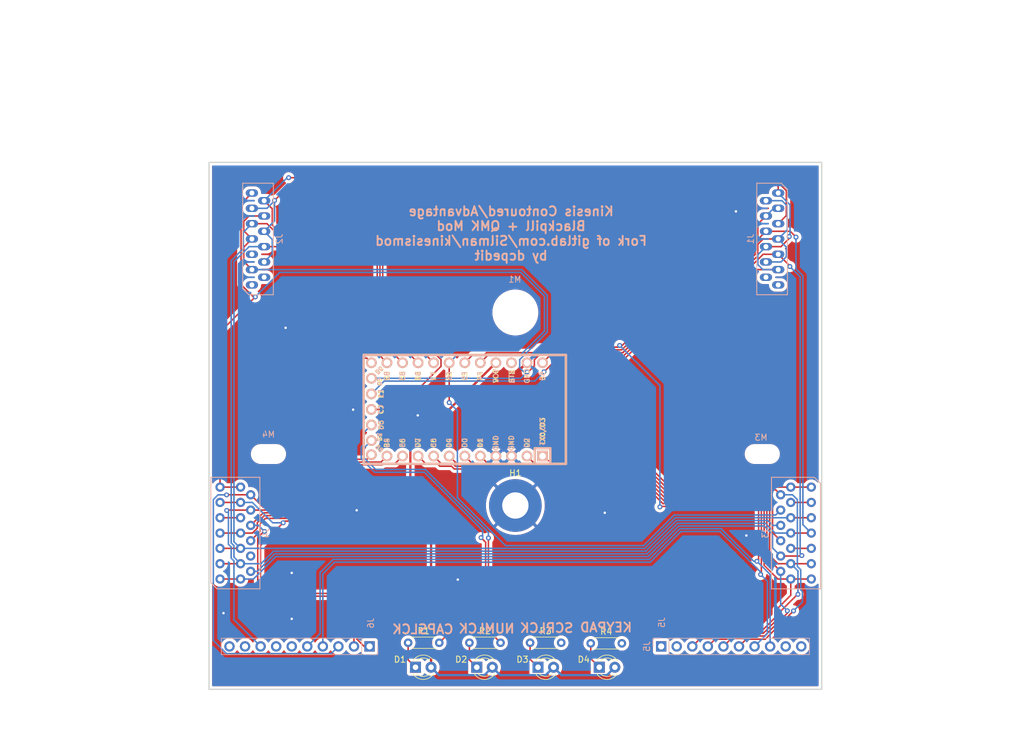
<source format=kicad_pcb>
(kicad_pcb (version 20211014) (generator pcbnew)
  (layers (0 "F.Cu" signal) (31 "B.Cu" signal) (34 "B.Paste" user) (35 "F.Paste" user) (36 "B.SilkS" user "B.Silkscreen") (37 "F.SilkS" user "F.Silkscreen") (38 "B.Mask" user) (39 "F.Mask" user) (44 "Edge.Cuts" user))
  (net 0 "")
  (net 1 "Net-(D1-Pad1)")
  (net 2 "/3V3")
  (net 3 "Net-(D2-Pad1)")
  (net 4 "Net-(D3-Pad1)")
  (net 5 "Net-(D4-Pad1)")
  (net 8 "/ROW_F1")
  (net 9 "/ROW_F2")
  (net 10 "/COL_4")
  (net 11 "/COL_3")
  (net 12 "/ROW_ESC")
  (net 13 "/COL_5")
  (net 14 "/COL_0")
  (net 15 "/COL_2")
  (net 16 "/COL_1")
  (net 20 "/ROW_6")
  (net 21 "/ROW_8")
  (net 22 "/ROW_7")
  (net 23 "unconnected-(J3-Pad9)")
  (net 24 "/ROW_MIN")
  (net 25 "unconnected-(J3-Pad3)")
  (net 26 "/ROW_9")
  (net 27 "/ROW_0")
  (net 28 "/ROW_5")
  (net 29 "/ROW_4")
  (net 30 "/ROW_3")
  (net 31 "unconnected-(J4-Pad9)")
  (net 32 "/ROW_2")
  (net 33 "/ROW_1")
  (net 34 "/ROW_EQL")
  (net 38 "/COL_6")
  (net 42 "GND")
  (net 46 "/LED_CAPS_LOCK")
  (net 47 "/LED_NUM_LOCK")
  (footprint "LED_THT:LED_D3.0mm" (layer "F.Cu") (at 133.7 132.4)
    (fp_text reference "D1")
    (fp_text value "LED_ALT")
  )
  (footprint "LED_THT:LED_D3.0mm" (layer "F.Cu") (at 143.7 132.4)
    (fp_text reference "D2")
    (fp_text value "LED_ALT")
  )
  (footprint "LED_THT:LED_D3.0mm" (layer "F.Cu") (at 153.7 132.4)
    (fp_text reference "D3")
    (fp_text value "LED_ALT")
  )
  (footprint "LED_THT:LED_D3.0mm" (layer "F.Cu") (at 163.7 132.4)
    (fp_text reference "D4")
    (fp_text value "LED_ALT")
  )
  (footprint "Resistor_THT:R_Axial_DIN0204_L3.6mm_D1.6mm_P5.08mm_Horizontal" (layer "F.Cu") (at 132.5 128.4)
    (fp_text reference "R1")
    (fp_text value "R_US")
  )
  (footprint "Resistor_THT:R_Axial_DIN0204_L3.6mm_D1.6mm_P5.08mm_Horizontal" (layer "F.Cu") (at 142.5 128.4)
    (fp_text reference "R2")
    (fp_text value "R_US")
  )
  (footprint "Resistor_THT:R_Axial_DIN0204_L3.6mm_D1.6mm_P5.08mm_Horizontal" (layer "F.Cu") (at 152.4 128.4)
    (fp_text reference "R3")
    (fp_text value "R_US")
  )
  (footprint "Resistor_THT:R_Axial_DIN0204_L3.6mm_D1.6mm_P5.08mm_Horizontal" (layer "F.Cu") (at 162.3 128.5)
    (fp_text reference "R4")
    (fp_text value "R_US")
  )
  (footprint "MountingHole:MountingHole_4.3mm_M4_Pad" (layer "F.Cu") (at 150 106)
    (fp_text reference "H1")
    (fp_text value "mounting pad")
  )
  (footprint "kinesisMod_board_connectors:Molex_0039532135" (layer "B.Cu") (at 191.9 62.5 -90)
    (fp_text reference "J1")
    (fp_text value "Conn_01x13")
  )
  (footprint "kinesisMod_board_connectors:Molex_0039532135" (layer "B.Cu") (at 108 62.5 90)
    (fp_text reference "J2")
    (fp_text value "Conn_01x13")
  )
  (footprint "kinesisMod_board_connectors:Molex_039532134" (layer "B.Cu") (at 195.8 110.5 -90)
    (fp_text reference "J3")
    (fp_text value "Conn_01x13")
  )
  (footprint "kinesisMod_board_connectors:Molex_039532134" (layer "B.Cu") (at 104.3 110.5 90)
    (fp_text reference "J4")
    (fp_text value "Conn_01x13")
  )
  (footprint "Pin_Headers:Pin_Header_Straight_1x10_Pitch2.54mm" (layer "B.Cu") (at 173.8 129 -90)
    (fp_text reference "J5")
    (fp_text value "Conn_01x10")
  )
  (footprint "Pin_Headers:Pin_Header_Straight_1x10_Pitch2.54mm" (layer "B.Cu") (at 126.2 129 90)
    (fp_text reference "J6")
    (fp_text value "Conn_01x10")
  )
  (footprint "Mounting_Holes:MountingHole_6.4mm_M6" (layer "B.Cu") (at 150 74.5)
    (fp_text reference "M1")
    (fp_text value "MountingHole_6.4mm_M6")
  )
  (footprint "MountingHole:MountingHole_4.3mm_M4" (layer "B.Cu") (at 109.7 97.6)
    (fp_text reference "M4")
    (fp_text value "MountingHole_4.3mm_M4")
  )
  (footprint "MountingHole:MountingHole_4.3mm_M4" (layer "B.Cu") (at 190.3 97.6)
    (fp_text reference "M3")
    (fp_text value "MountingHole_4.3mm_M4")
  )
  (footprint "Keebio-Parts:Elite-C" (layer "B.Cu") (at 140.47325 90.32 180)
    (fp_text reference "U1" hide)
    (fp_text value "Elite-C" hide)
  )
  (gr_line (start 100 50) (end 100 136) (layer "Edge.Cuts") (width 0.2))
  (gr_line (start 100 136) (end 200 136) (layer "Edge.Cuts") (width 0.2))
  (gr_line (start 200 50) (end 100 50) (layer "Edge.Cuts") (width 0.2))
  (gr_line (start 200 136) (end 200 50) (layer "Edge.Cuts") (width 0.2))
  (gr_text "NUMLCK" (at 145.3 126.1) (layer "B.SilkS") (effects (font (size 1.5 1.5) (thickness 0.3)) (justify mirror)))
  (gr_text "KEYPAD" (at 164.8 125.9) (layer "B.SilkS") (effects (font (size 1.5 1.5) (thickness 0.3)) (justify mirror)))
  (gr_text "Kinesis Contoured/Advantage\nBlackpill + QMK Mod\nFork of gitlab.com/Silman/kinesismod\nby dcpedit" (at 149.3 61.6) (layer "B.SilkS") (effects (font (size 1.5 1.5) (thickness 0.3)) (justify mirror)))
  (gr_text "CAPSLCK" (at 134.9 126.2) (layer "B.SilkS") (effects (font (size 1.5 1.5) (thickness 0.3)) (justify mirror)))
  (gr_text "SCRLCK" (at 155.1 126) (layer "B.SilkS") (effects (font (size 1.5 1.5) (thickness 0.3)) (justify mirror)))
  (segment (start 132.5 131.2) (end 133.7 132.4) (width 0.25) (layer "F.Cu") (net 1))
  (segment (start 132.5 128.4) (end 132.5 131.2) (width 0.25) (layer "F.Cu") (net 1))
  (segment (start 132.859939 107.789939) (end 136.24 111.17) (width 0.375) (layer "F.Cu") (net 2))
  (segment (start 132.859939 96.663311) (end 132.859939 107.789939) (width 0.375) (layer "F.Cu") (net 2))
  (segment (start 136.24 132.4) (end 136.24 111.17) (width 0.375) (layer "F.Cu") (net 2))
  (segment (start 146.82325 82.7) (end 132.859939 96.663311) (width 0.375) (layer "F.Cu") (net 2))
  (segment (start 146.24 132.4) (end 147.527011 133.687011) (width 0.375) (layer "B.Cu") (net 2))
  (segment (start 147.527011 133.687011) (end 154.952989 133.687011) (width 0.375) (layer "B.Cu") (net 2))
  (segment (start 157.527011 133.687011) (end 164.952989 133.687011) (width 0.375) (layer "B.Cu") (net 2))
  (segment (start 154.952989 133.687011) (end 156.24 132.4) (width 0.375) (layer "B.Cu") (net 2))
  (segment (start 144.952989 133.687011) (end 146.24 132.4) (width 0.375) (layer "B.Cu") (net 2))
  (segment (start 136.24 132.4) (end 137.527011 133.687011) (width 0.375) (layer "B.Cu") (net 2))
  (segment (start 164.952989 133.687011) (end 166.24 132.4) (width 0.375) (layer "B.Cu") (net 2))
  (segment (start 156.24 132.4) (end 157.527011 133.687011) (width 0.375) (layer "B.Cu") (net 2))
  (segment (start 137.527011 133.687011) (end 144.952989 133.687011) (width 0.375) (layer "B.Cu") (net 2))
  (segment (start 142.5 128.4) (end 142.5 131.2) (width 0.25) (layer "F.Cu") (net 3))
  (segment (start 142.5 131.2) (end 143.7 132.4) (width 0.25) (layer "F.Cu") (net 3))
  (segment (start 152.4 131.1) (end 153.7 132.4) (width 0.25) (layer "F.Cu") (net 4))
  (segment (start 152.4 128.4) (end 152.4 131.1) (width 0.25) (layer "F.Cu") (net 4))
  (segment (start 162.3 128.5) (end 162.3 131) (width 0.25) (layer "F.Cu") (net 5))
  (segment (start 162.3 131) (end 163.7 132.4) (width 0.25) (layer "F.Cu") (net 5))
  (segment (start 173.09 76.78) (end 167.920479 81.94952) (width 0.25) (layer "F.Cu") (net 8))
  (segment (start 192.9 53.92825) (end 191.92127 52.94952) (width 0.25) (layer "F.Cu") (net 8))
  (segment (start 167.920479 81.94952) (end 157.84 81.94952) (width 0.25) (layer "F.Cu") (net 8))
  (segment (start 192.9 55) (end 192.9 53.92825) (width 0.25) (layer "F.Cu") (net 8))
  (segment (start 157.84 81.94952) (end 156.91048 81.94952) (width 0.25) (layer "F.Cu") (net 8))
  (segment (start 191.92127 52.94952) (end 113.95048 52.94952) (width 0.25) (layer "F.Cu") (net 8))
  (segment (start 194.7 62.407468) (end 194.7 62.1) (width 0.25) (layer "F.Cu") (net 8))
  (segment (start 193.357468 63.75) (end 194.7 62.407468) (width 0.25) (layer "F.Cu") (net 8))
  (segment (start 156.91048 81.94952) (end 154.68 84.18) (width 0.25) (layer "F.Cu") (net 8))
  (segment (start 192.9 67.5) (end 182.37 67.5) (width 0.25) (layer "F.Cu") (net 8))
  (segment (start 182.37 67.5) (end 173.09 76.78) (width 0.25) (layer "F.Cu") (net 8))
  (segment (start 113.95048 52.94952) (end 110.7 56.2) (width 0.25) (layer "F.Cu") (net 8))
  (segment (start 190.9 63.75) (end 193.357468 63.75) (width 0.25) (layer "F.Cu") (net 8))
  (via (at 110.7 56.2) (size 0.8) (drill 0.4) (layers "F.Cu" "B.Cu") (net 8))
  (via (at 194.7 62.1) (size 0.8) (drill 0.4) (layers "F.Cu" "B.Cu") (net 8))
  (via (at 154.68 84.18) (size 0.8) (drill 0.4) (layers "F.Cu" "B.Cu") (net 8))
  (segment (start 189.57548 65.07452) (end 189.57548 66.67548) (width 0.25) (layer "B.Cu") (net 8))
  (segment (start 109 61.25) (end 110.32452 62.57452) (width 0.25) (layer "B.Cu") (net 8))
  (segment (start 154.68 84.18) (end 153.17048 85.68952) (width 0.25) (layer "B.Cu") (net 8))
  (segment (start 107 57.5) (end 109.457468 57.5) (width 0.25) (layer "B.Cu") (net 8))
  (segment (start 189.57548 66.67548) (end 190.4 67.5) (width 0.25) (layer "B.Cu") (net 8))
  (segment (start 110.32452 62.57452) (end 110.32452 64.92548) (width 0.25) (layer "B.Cu") (net 8))
  (segment (start 194.831661 56.931661) (end 192.9 55) (width 0.25) (layer "B.Cu") (net 8))
  (segment (start 128.59373 85.68952) (end 126.50325 87.78) (width 0.25) (layer "B.Cu") (net 8))
  (segment (start 190.4 67.5) (end 192.9 67.5) (width 0.25) (layer "B.Cu") (net 8))
  (segment (start 109 61.25) (end 110.5 59.75) (width 0.25) (layer "B.Cu") (net 8))
  (segment (start 109.457468 57.5) (end 110.7 56.257468) (width 0.25) (layer "B.Cu") (net 8))
  (segment (start 194.7 62.1) (end 194.831661 61.968339) (width 0.25) (layer "B.Cu") (net 8))
  (segment (start 190.9 63.75) (end 189.57548 65.07452) (width 0.25) (layer "B.Cu") (net 8))
  (segment (start 194.831661 61.968339) (end 194.831661 56.931661) (width 0.25) (layer "B.Cu") (net 8))
  (segment (start 110.32452 64.92548) (end 109 66.25) (width 0.25) (layer "B.Cu") (net 8))
  (segment (start 110.5 59.75) (end 110.7 59.55) (width 0.25) (layer "B.Cu") (net 8))
  (segment (start 110.7 56.257468) (end 110.7 56.2) (width 0.25) (layer "B.Cu") (net 8))
  (segment (start 110.7 59.55) (end 110.7 56.2) (width 0.25) (layer "B.Cu") (net 8))
  (segment (start 153.17048 85.68952) (end 128.59373 85.68952) (width 0.25) (layer "B.Cu") (net 8))
  (segment (start 169.049282 79.549282) (end 181.549282 67.049282) (width 0.25) (layer "F.Cu") (net 9))
  (segment (start 189.571266 65.235548) (end 189.571266 63.371266) (width 0.25) (layer "F.Cu") (net 9))
  (segment (start 107 62.5) (end 105.67548 63.82452) (width 0.25) (layer "F.Cu") (net 9))
  (segment (start 105.67548 61.17548) (end 107 62.5) (width 0.25) (layer "F.Cu") (net 9))
  (segment (start 105.67548 63.82452) (end 105.67548 66.17548) (width 0.25) (layer "F.Cu") (net 9))
  (segment (start 152.13 84.18) (end 151.94 84.18) (width 0.25) (layer "F.Cu") (net 9))
  (segment (start 154.26952 81.05048) (end 153.104061 82.215939) (width 0.25) (layer "F.Cu") (net 9))
  (segment (start 167.548084 81.05048) (end 169.049282 79.549282) (width 0.25) (layer "F.Cu") (net 9))
  (segment (start 181.89904 66.699524) (end 181.549282 67.049282) (width 0.25) (layer "F.Cu") (net 9))
  (segment (start 181.549282 67.049282) (end 181.997605 66.60096) (width 0.25) (layer "F.Cu") (net 9))
  (segment (start 167.548084 81.05048) (end 157.69 81.05048) (width 0.25) (layer "F.Cu") (net 9))
  (segment (start 153.104061 83.205939) (end 152.13 84.18) (width 0.25) (layer "F.Cu") (net 9))
  (segment (start 167.548086 81.05048) (end 169.049282 79.549282) (width 0.25) (layer "F.Cu") (net 9))
  (segment (start 190.442532 62.5) (end 192.9 62.5) (width 0.25) (layer "F.Cu") (net 9))
  (segment (start 106.542532 58.75) (end 105.67548 59.617052) (width 0.25) (layer "F.Cu") (net 9))
  (segment (start 188.205854 66.60096) (end 189.571266 65.235548) (width 0.25) (layer "F.Cu") (net 9))
  (segment (start 105.67548 59.617052) (end 105.67548 61.17548) (width 0.25) (layer "F.Cu") (net 9))
  (segment (start 189.571266 63.371266) (end 190.442532 62.5) (width 0.25) (layer "F.Cu") (net 9))
  (segment (start 153.104061 82.215939) (end 153.104061 83.205939) (width 0.25) (layer "F.Cu") (net 9))
  (segment (start 157.69 81.05048) (end 154.26952 81.05048) (width 0.25) (layer "F.Cu") (net 9))
  (segment (start 181.997605 66.60096) (end 188.205854 66.60096) (width 0.25) (layer "F.Cu") (net 9))
  (segment (start 105.67548 66.17548) (end 107 67.5) (width 0.25) (layer "F.Cu") (net 9))
  (segment (start 109 58.75) (end 106.542532 58.75) (width 0.25) (layer "F.Cu") (net 9))
  (via (at 151.94 84.18) (size 0.8) (drill 0.4) (layers "F.Cu" "B.Cu") (net 9))
  (segment (start 194.22452 65.382948) (end 194.22452 63.82452) (width 0.25) (layer "B.Cu") (net 9))
  (segment (start 150.88 85.24) (end 126.50325 85.24) (width 0.25) (layer "B.Cu") (net 9))
  (segment (start 151.36 84.18) (end 151.94 84.18) (width 0.25) (layer "B.Cu") (net 9))
  (segment (start 151.94 84.18) (end 150.88 85.24) (width 0.25) (layer "B.Cu") (net 9))
  (segment (start 190.9 66.25) (end 193.357468 66.25) (width 0.25) (layer "B.Cu") (net 9))
  (segment (start 155.2 71.664282) (end 155.2 77.705046) (width 0.25) (layer "B.Cu") (net 9))
  (segment (start 155.2 77.705046) (end 150.702439 82.202607) (width 0.25) (layer "B.Cu") (net 9))
  (segment (start 150.702439 83.522439) (end 151.36 84.18) (width 0.25) (layer "B.Cu") (net 9))
  (segment (start 107 67.5) (end 151.035718 67.5) (width 0.25) (layer "B.Cu") (net 9))
  (segment (start 151.035718 67.5) (end 155.2 71.664282) (width 0.25) (layer "B.Cu") (net 9))
  (segment (start 193.357468 66.25) (end 194.22452 65.382948) (width 0.25) (layer "B.Cu") (net 9))
  (segment (start 194.382141 61.017859) (end 194.382141 57.117859) (width 0.25) (layer "B.Cu") (net 9))
  (segment (start 150.702439 82.202607) (end 150.702439 83.522439) (width 0.25) (layer "B.Cu") (net 9))
  (segment (start 194.22452 63.82452) (end 192.9 62.5) (width 0.25) (layer "B.Cu") (net 9))
  (segment (start 194.382141 57.117859) (end 193.514282 56.25) (width 0.25) (layer "B.Cu") (net 9))
  (segment (start 193.514282 56.25) (end 190.9 56.25) (width 0.25) (layer "B.Cu") (net 9))
  (segment (start 192.9 62.5) (end 194.382141 61.017859) (width 0.25) (layer "B.Cu") (net 9))
  (segment (start 192.9 65) (end 194.8 66.9) (width 0.25) (layer "F.Cu") (net 10))
  (segment (start 196.754611 114.173) (end 196.677611 114.25) (width 0.25) (layer "F.Cu") (net 10))
  (segment (start 167.734282 81.5) (end 155.64325 81.5) (width 0.25) (layer "F.Cu") (net 10))
  (segment (start 194.8 66.9) (end 194.8 67) (width 0.25) (layer "F.Cu") (net 10))
  (segment (start 167.734282 81.5) (end 182.183802 67.05048) (width 0.25) (layer "F.Cu") (net 10))
  (segment (start 190.442532 65) (end 192.9 65) (width 0.25) (layer "F.Cu") (net 10))
  (segment (start 196.677611 114.25) (end 193.3 114.25) (width 0.25) (layer "F.Cu") (net 10))
  (segment (start 182.183802 67.05048) (end 188.392052 67.05048) (width 0.25) (layer "F.Cu") (net 10))
  (segment (start 101.8 118) (end 105.15 118) (width 0.25) (layer "F.Cu") (net 10))
  (segment (start 188.392052 67.05048) (end 190.442532 65) (width 0.25) (layer "F.Cu") (net 10))
  (segment (start 155.64325 81.5) (end 154.44325 82.7) (width 0.25) (layer "F.Cu") (net 10))
  (via (at 194.8 67) (size 0.8) (drill 0.4) (layers "F.Cu" "B.Cu") (net 10))
  (via (at 196.754611 114.173) (size 0.8) (drill 0.4) (layers "F.Cu" "B.Cu") (net 10))
  (segment (start 110.908909 114.348559) (end 107.257468 118) (width 0.25) (layer "B.Cu") (net 10))
  (segment (start 196.479631 113.89802) (end 196.754611 114.173) (width 0.25) (layer "B.Cu") (net 10))
  (segment (start 196.479631 68.679631) (end 196.479631 111.633) (width 0.25) (layer "B.Cu") (net 10))
  (segment (start 191.97548 112.92548) (end 193.3 114.25) (width 0.25) (layer "B.Cu") (net 10))
  (segment (start 195.84952 68.04952) (end 196.479631 68.679631) (width 0.25) (layer "B.Cu") (net 10))
  (segment (start 191.97548 112.92548) (end 191.97548 110.710238) (width 0.25) (layer "B.Cu") (net 10))
  (segment (start 190.613802 109.34856) (end 176.658594 109.34856) (width 0.25) (layer "B.Cu") (net 10))
  (segment (start 195.84952 68.04952) (end 194.8 67) (width 0.25) (layer "B.Cu") (net 10))
  (segment (start 107.257468 118) (end 105.15 118) (width 0.25) (layer "B.Cu") (net 10))
  (segment (start 196.479631 111.633) (end 196.479631 113.89802) (width 0.25) (layer "B.Cu") (net 10))
  (segment (start 191.97548 110.710238) (end 190.613802 109.34856) (width 0.25) (layer "B.Cu") (net 10))
  (segment (start 171.658595 114.348559) (end 110.908909 114.348559) (width 0.25) (layer "B.Cu") (net 10))
  (segment (start 176.658594 109.34856) (end 171.658595 114.348559) (width 0.25) (layer "B.Cu") (net 10))
  (segment (start 190.9 61.25) (end 194.874614 61.25) (width 0.25) (layer "F.Cu") (net 11))
  (segment (start 195.8 62.175386) (end 195.8 62.2) (width 0.25) (layer "F.Cu") (net 11))
  (segment (start 189.121746 63.028254) (end 189.121746 65.04935) (width 0.25) (layer "F.Cu") (net 11))
  (segment (start 194.874614 61.25) (end 195.8 62.175386) (width 0.25) (layer "F.Cu") (net 11))
  (segment (start 194.95 110.5) (end 198.3 110.5) (width 0.25) (layer "F.Cu") (net 11))
  (segment (start 181.811408 66.15144) (end 167.361888 80.60096) (width 0.25) (layer "F.Cu") (net 11))
  (segment (start 167.361888 80.60096) (end 154.083322 80.60096) (width 0.25) (layer "F.Cu") (net 11))
  (segment (start 145.484061 81.499189) (end 144.28325 82.7) (width 0.25) (layer "F.Cu") (net 11))
  (segment (start 154.083322 80.60096) (end 153.185093 81.499189) (width 0.25) (layer "F.Cu") (net 11))
  (segment (start 188.019656 66.15144) (end 181.811408 66.15144) (width 0.25) (layer "F.Cu") (net 11))
  (segment (start 153.185093 81.499189) (end 145.484061 81.499189) (width 0.25) (layer "F.Cu") (net 11))
  (segment (start 190.9 61.25) (end 189.121746 63.028254) (width 0.25) (layer "F.Cu") (net 11))
  (segment (start 189.121746 65.04935) (end 188.019656 66.15144) (width 0.25) (layer "F.Cu") (net 11))
  (via (at 195.8 62.2) (size 0.8) (drill 0.4) (layers "F.Cu" "B.Cu") (net 11))
  (segment (start 190.8 108.89904) (end 192.40096 110.5) (width 0.25) (layer "B.Cu") (net 11))
  (segment (start 171.472394 113.89904) (end 110.722711 113.899039) (width 0.25) (layer "B.Cu") (net 11))
  (segment (start 190.8 108.89904) (end 176.472396 108.89904) (width 0.25) (layer "B.Cu") (net 11))
  (segment (start 107.87175 116.75) (end 106.8 116.75) (width 0.25) (layer "B.Cu") (net 11))
  (segment (start 192.40096 110.5) (end 194.95 110.5) (width 0.25) (layer "B.Cu") (net 11))
  (segment (start 196.929151 109.129151) (end 198.3 110.5) (width 0.25) (layer "B.Cu") (net 11))
  (segment (start 196.929151 68.493434) (end 196.929151 109.129151) (width 0.25) (layer "B.Cu") (net 11))
  (segment (start 176.472396 108.89904) (end 171.472394 113.89904) (width 0.25) (layer "B.Cu") (net 11))
  (segment (start 195.8 67.364282) (end 196.929151 68.493434) (width 0.25) (layer "B.Cu") (net 11))
  (segment (start 110.722711 113.899039) (end 107.87175 116.75) (width 0.25) (layer "B.Cu") (net 11))
  (segment (start 195.8 62.2) (end 195.8 67.364282) (width 0.25) (layer "B.Cu") (net 11))
  (segment (start 192.107468 52.5) (end 113 52.5) (width 0.25) (layer "F.Cu") (net 12))
  (segment (start 110.32452 60.17548) (end 110.296593 60.203407) (width 0.25) (layer "F.Cu") (net 12))
  (segment (start 109 56.25) (end 110.32452 57.57452) (width 0.25) (layer "F.Cu") (net 12))
  (segment (start 130.83 90.32) (end 126.50325 90.32) (width 0.25) (layer "F.Cu") (net 12))
  (segment (start 128.34904 65.627605) (end 128.34904 79.462918) (width 0.25) (layer "F.Cu") (net 12))
  (segment (start 194.22452 54.617052) (end 192.107468 52.5) (width 0.25) (layer "F.Cu") (net 12))
  (segment (start 136.098157 81.499189) (end 137.160643 81.499189) (width 0.25) (layer "F.Cu") (net 12))
  (segment (start 129.036751 80.150629) (end 130.941032 80.150629) (width 0.25) (layer "F.Cu") (net 12))
  (segment (start 137.864061 83.285939) (end 130.83 90.32) (width 0.25) (layer "F.Cu") (net 12))
  (segment (start 112.944146 62.85096) (end 125.572396 62.85096) (width 0.25) (layer "F.Cu") (net 12))
  (segment (start 192.9 60) (end 194.22452 58.67548) (width 0.25) (layer "F.Cu") (net 12))
  (segment (start 131.390552 80.600149) (end 133.294835 80.600149) (width 0.25) (layer "F.Cu") (net 12))
  (segment (start 194.22452 58.67548) (end 194.22452 54.617052) (width 0.25) (layer "F.Cu") (net 12))
  (segment (start 128.34904 79.462918) (end 129.036751 80.150629) (width 0.25) (layer "F.Cu") (net 12))
  (segment (start 125.572396 62.85096) (end 128.34904 65.627605) (width 0.25) (layer "F.Cu") (net 12))
  (segment (start 133.744355 81.049669) (end 135.648637 81.049669) (width 0.25) (layer "F.Cu") (net 12))
  (segment (start 135.648637 81.049669) (end 136.098157 81.499189) (width 0.25) (layer "F.Cu") (net 12))
  (segment (start 130.941032 80.150629) (end 131.390552 80.600149) (width 0.25) (layer "F.Cu") (net 12))
  (segment (start 133.294835 80.600149) (end 133.744355 81.049669) (width 0.25) (layer "F.Cu") (net 12))
  (segment (start 137.160643 81.499189) (end 137.864061 82.202607) (width 0.25) (layer "F.Cu") (net 12))
  (segment (start 110.296593 60.203407) (end 112.944146 62.85096) (width 0.25) (layer "F.Cu") (net 12))
  (segment (start 137.864061 82.202607) (end 137.864061 83.285939) (width 0.25) (layer "F.Cu") (net 12))
  (segment (start 110.32452 57.57452) (end 110.32452 60.17548) (width 0.25) (layer "F.Cu") (net 12))
  (via (at 113 52.5) (size 0.8) (drill 0.4) (layers "F.Cu" "B.Cu") (net 12))
  (segment (start 109 56.25) (end 112.75 52.5) (width 0.25) (layer "B.Cu") (net 12))
  (segment (start 112.75 52.5) (end 113 52.5) (width 0.25) (layer "B.Cu") (net 12))
  (segment (start 181.62521 65.70192) (end 167.45067 79.87646) (width 0.25) (layer "F.Cu") (net 13))
  (segment (start 189.42598 115.1) (end 189.70096 114.82502) (width 0.25) (layer "F.Cu") (net 13))
  (segment (start 189.70096 106.67955) (end 189.16805 106.14664) (width 0.25) (layer "F.Cu") (net 13))
  (segment (start 188.672226 64.863152) (end 187.833458 65.70192) (width 0.25) (layer "F.Cu") (net 13))
  (segment (start 188.672226 62.842056) (end 188.672226 64.863152) (width 0.25) (layer "F.Cu") (net 13))
  (segment (start 142.944061 81.499189) (end 144.848343 81.499189) (width 0.25) (layer "F.Cu") (net 13))
  (segment (start 173.667444 106.14664) (end 173.590296 106.223788) (width 0.25) (layer "F.Cu") (net 13))
  (segment (start 145.297863 81.049669) (end 152.998896 81.049669) (width 0.25) (layer "F.Cu") (net 13))
  (segment (start 141.74325 82.7) (end 142.944061 81.499189) (width 0.25) (layer "F.Cu") (net 13))
  (segment (start 190.9 58.75) (end 189.57548 60.07452) (width 0.25) (layer "F.Cu") (net 13))
  (segment (start 189.70096 114.82502) (end 189.70096 106.67955) (width 0.25) (layer "F.Cu") (net 13))
  (segment (start 189.57548 61.938802) (end 188.672226 62.842056) (width 0.25) (layer "F.Cu") (net 13))
  (segment (start 153.897125 80.15144) (end 166.754145 80.15144) (width 0.25) (layer "F.Cu") (net 13))
  (segment (start 189.57548 60.07452) (end 189.57548 61.938802) (width 0.25) (layer "F.Cu") (net 13))
  (segment (start 144.848343 81.499189) (end 145.297863 81.049669) (width 0.25) (layer "F.Cu") (net 13))
  (segment (start 166.754145 80.15144) (end 167.029125 79.87646) (width 0.25) (layer "F.Cu") (net 13))
  (segment (start 173.901614 106.14664) (end 173.667444 106.14664) (width 0.25) (layer "F.Cu") (net 13))
  (segment (start 167.45067 79.87646) (end 167.029125 79.87646) (width 0.25) (layer "F.Cu") (net 13))
  (segment (start 189.16805 106.14664) (end 173.901614 106.14664) (width 0.25) (layer "F.Cu") (net 13))
  (segment (start 152.998896 81.049669) (end 153.897125 80.15144) (width 0.25) (layer "F.Cu") (net 13))
  (segment (start 187.833458 65.70192) (end 181.62521 65.70192) (width 0.25) (layer "F.Cu") (net 13))
  (via (at 173.590296 106.223788) (size 0.8) (drill 0.4) (layers "F.Cu" "B.Cu") (net 13))
  (via (at 189.42598 115.1) (size 0.8) (drill 0.4) (layers "F.Cu" "B.Cu") (net 13))
  (via (at 167.029125 79.87646) (size 0.8) (drill 0.4) (layers "F.Cu" "B.Cu") (net 13))
  (segment (start 118.13048 116.933803) (end 120.266204 114.798079) (width 0.25) (layer "B.Cu") (net 13))
  (segment (start 191.58 118.18) (end 191.58 129) (width 0.25) (layer "B.Cu") (net 13))
  (segment (start 118.13048 126.90952) (end 118.13048 116.933803) (width 0.25) (layer "B.Cu") (net 13))
  (segment (start 183.59808 109.79808) (end 188.9 115.1) (width 0.25) (layer "B.Cu") (net 13))
  (segment (start 191.58 117.48) (end 191.58 117.25402) (width 0.25) (layer "B.Cu") (net 13))
  (segment (start 167.029125 79.87646) (end 173.590296 86.437631) (width 0.25) (layer "B.Cu") (net 13))
  (segment (start 120.266204 114.798079) (end 171.844792 114.798079) (width 0.25) (layer "B.Cu") (net 13))
  (segment (start 188.9 115.1) (end 189.42598 115.1) (width 0.25) (layer "B.Cu") (net 13))
  (segment (start 191.58 118.18) (end 191.58 117.48) (width 0.25) (layer "B.Cu") (net 13))
  (segment (start 116.04 129) (end 118.13048 126.90952) (width 0.25) (layer "B.Cu") (net 13))
  (segment (start 173.590296 86.437631) (end 173.590296 106.223788) (width 0.25) (layer "B.Cu") (net 13))
  (segment (start 192.15 57.5) (end 190.9 58.75) (width 0.25) (layer "B.Cu") (net 13))
  (segment (start 176.844793 109.79808) (end 183.59808 109.79808) (width 0.25) (layer "B.Cu") (net 13))
  (segment (start 192.9 57.5) (end 192.15 57.5) (width 0.25) (layer "B.Cu") (net 13))
  (segment (start 171.844792 114.798079) (end 176.844793 109.79808) (width 0.25) (layer "B.Cu") (net 13))
  (segment (start 191.58 117.25402) (end 189.42598 115.1) (width 0.25) (layer "B.Cu") (net 13))
  (segment (start 105.22596 56.77404) (end 105.22596 69.933428) (width 0.25) (layer "F.Cu") (net 14))
  (segment (start 107 55) (end 105.22596 56.77404) (width 0.25) (layer "F.Cu") (net 14))
  (segment (start 139.20325 89.20325) (end 139.205131 89.205131) (width 0.25) (layer "F.Cu") (net 14))
  (segment (start 105.22596 69.933428) (end 107.242532 71.95) (width 0.25) (layer "F.Cu") (net 14))
  (segment (start 107.55 71.95) (end 101.8 77.7) (width 0.25) (layer "F.Cu") (net 14))
  (segment (start 139.20325 82.7) (end 139.20325 86.40727) (width 0.25) (layer "F.Cu") (net 14))
  (segment (start 107.242532 71.95) (end 107.55 71.95) (width 0.25) (layer "F.Cu") (net 14))
  (segment (start 101.8 77.7) (end 101.8 103) (width 0.25) (layer "F.Cu") (net 14))
  (segment (start 139.20325 86.40727) (end 139.20325 89.20325) (width 0.25) (layer "F.Cu") (net 14))
  (segment (start 101.8 103) (end 105.15 103) (width 0.25) (layer "F.Cu") (net 14))
  (via (at 107.55 71.95) (size 0.8) (drill 0.4) (layers "F.Cu" "B.Cu") (net 14))
  (via (at 139.205131 89.205131) (size 0.8) (drill 0.4) (layers "F.Cu" "B.Cu") (net 14))
  (segment (start 140.517561 90.517561) (end 140.542439 90.517561) (width 0.25) (layer "B.Cu") (net 14))
  (segment (start 170.913802 112.55048) (end 175.913802 107.55048) (width 0.25) (layer "B.Cu") (net 14))
  (segment (start 139.205131 89.205131) (end 140.517561 90.517561) (width 0.25) (layer "B.Cu") (net 14))
  (segment (start 175.913802 107.55048) (end 192.49952 107.55048) (width 0.25) (layer "B.Cu") (net 14))
  (segment (start 148.390148 112.55048) (end 170.913802 112.55048) (width 0.25) (layer "B.Cu") (net 14))
  (segment (start 140.542439 90.517561) (end 140.542439 104.702771) (width 0.25) (layer "B.Cu") (net 14))
  (segment (start 154.75048 77.518848) (end 150.770139 81.499189) (width 0.25) (layer "B.Cu") (net 14))
  (segment (start 140.542439 104.702771) (end 148.390148 112.55048) (width 0.25) (layer "B.Cu") (net 14))
  (segment (start 192.49952 107.55048) (end 193.3 106.75) (width 0.25) (layer "B.Cu") (net 14))
  (segment (start 150.84952 67.94952) (end 154.75048 71.85048) (width 0.25) (layer "B.Cu") (net 14))
  (segment (start 140.404061 81.499189) (end 139.20325 82.7) (width 0.25) (layer "B.Cu") (net 14))
  (segment (start 111.55048 67.94952) (end 150.84952 67.94952) (width 0.25) (layer "B.Cu") (net 14))
  (segment (start 150.770139 81.499189) (end 140.404061 81.499189) (width 0.25) (layer "B.Cu") (net 14))
  (segment (start 107.55 71.95) (end 111.55048 67.94952) (width 0.25) (layer "B.Cu") (net 14))
  (segment (start 154.75048 71.85048) (end 154.75048 77.518848) (width 0.25) (layer "B.Cu") (net 14))
  (segment (start 131.204354 81.049669) (end 133.108637 81.049669) (width 0.25) (layer "F.Cu") (net 15))
  (segment (start 133.558157 81.499189) (end 135.462439 81.499189) (width 0.25) (layer "F.Cu") (net 15))
  (segment (start 128.850553 80.600149) (end 130.754834 80.600149) (width 0.25) (layer "F.Cu") (net 15))
  (segment (start 133.108637 81.049669) (end 133.558157 81.499189) (width 0.25) (layer "F.Cu") (net 15))
  (segment (start 101.8 115.5) (end 105.15 115.5) (width 0.25) (layer "F.Cu") (net 15))
  (segment (start 112.757948 63.30048) (end 125.386198 63.30048) (width 0.25) (layer "F.Cu") (net 15))
  (segment (start 107 60) (end 109.457468 60) (width 0.25) (layer "F.Cu") (net 15))
  (segment (start 130.754834 80.600149) (end 131.204354 81.049669) (width 0.25) (layer "F.Cu") (net 15))
  (segment (start 127.89952 79.649116) (end 128.850553 80.600149) (width 0.25) (layer "F.Cu") (net 15))
  (segment (start 135.462439 81.499189) (end 136.66325 82.7) (width 0.25) (layer "F.Cu") (net 15))
  (segment (start 109.457468 60) (end 112.757948 63.30048) (width 0.25) (layer "F.Cu") (net 15))
  (segment (start 125.386198 63.30048) (end 127.89952 65.813802) (width 0.25) (layer "F.Cu") (net 15))
  (segment (start 127.89952 65.813802) (end 127.89952 79.649116) (width 0.25) (layer "F.Cu") (net 15))
  (segment (start 105.6 64.056814) (end 103.620369 66.036445) (width 0.25) (layer "B.Cu") (net 15))
  (segment (start 107 60) (end 105.6 61.4) (width 0.25) (layer "B.Cu") (net 15))
  (segment (start 104.069889 114.419889) (end 105.15 115.5) (width 0.25) (layer "B.Cu") (net 15))
  (segment (start 108.486032 115.5) (end 105.15 115.5) (width 0.25) (layer "B.Cu") (net 15))
  (segment (start 110.536512 113.44952) (end 171.286197 113.44952) (width 0.25) (layer "B.Cu") (net 15))
  (segment (start 104.069889 112.555607) (end 104.069889 114.419889) (width 0.25) (layer "B.Cu") (net 15))
  (segment (start 103.620369 66.036445) (end 103.620369 112.106087) (width 0.25) (layer "B.Cu") (net 15))
  (segment (start 110.536512 113.44952) (end 108.486032 115.5) (width 0.25) (layer "B.Cu") (net 15))
  (segment (start 103.620369 112.106087) (end 104.069889 112.555607) (width 0.25) (layer "B.Cu") (net 15))
  (segment (start 191.2 108.44952) (end 192.00048 109.25) (width 0.25) (layer "B.Cu") (net 15))
  (segment (start 176.286198 108.44952) (end 191.2 108.44952) (width 0.25) (layer "B.Cu") (net 15))
  (segment (start 192.00048 109.25) (end 193.3 109.25) (width 0.25) (layer "B.Cu") (net 15))
  (segment (start 105.6 61.4) (end 105.6 64.056814) (width 0.25) (layer "B.Cu") (net 15))
  (segment (start 171.286197 113.44952) (end 176.286198 108.44952) (width 0.25) (layer "B.Cu") (net 15))
  (segment (start 131.018156 81.499189) (end 132.922439 81.499189) (width 0.25) (layer "F.Cu") (net 16))
  (segment (start 194.95 108) (end 198.3 108) (width 0.25) (layer "F.Cu") (net 16))
  (segment (start 132.922439 81.499189) (end 134.12325 82.7) (width 0.25) (layer "F.Cu") (net 16))
  (segment (start 127.45 79.835314) (end 128.664355 81.049669) (width 0.25) (layer "F.Cu") (net 16))
  (segment (start 109 63.75) (end 125.2 63.75) (width 0.25) (layer "F.Cu") (net 16))
  (segment (start 130.568636 81.049669) (end 131.018156 81.499189) (width 0.25) (layer "F.Cu") (net 16))
  (segment (start 127.45 66) (end 127.45 79.835314) (width 0.25) (layer "F.Cu") (net 16))
  (segment (start 125.2 63.75) (end 127.45 66) (width 0.25) (layer "F.Cu") (net 16))
  (segment (start 101.8 113) (end 105.15 113) (width 0.25) (layer "F.Cu") (net 16))
  (segment (start 128.664355 81.049669) (end 130.568636 81.049669) (width 0.25) (layer "F.Cu") (net 16))
  (segment (start 104.069889 111.919889) (end 105.15 113) (width 0.25) (layer "B.Cu") (net 16))
  (segment (start 104.4 65.892532) (end 104.450266 65.842266) (width 0.25) (layer "B.Cu") (net 16))
  (segment (start 104.069889 66.222643) (end 104.069889 111.919889) (width 0.25) (layer "B.Cu") (net 16))
  (segment (start 176.1 108) (end 171.1 113) (width 0.25) (layer "B.Cu") (net 16))
  (segment (start 105.212266 65.080266) (end 104.069889 66.222643) (width 0.25) (layer "B.Cu") (net 16))
  (segment (start 106.542532 63.75) (end 109 63.75) (width 0.25) (layer "B.Cu") (net 16))
  (segment (start 104.450266 65.842266) (end 104.397654 65.894878) (width 0.25) (layer "B.Cu") (net 16))
  (segment (start 104.450266 65.842266) (end 105.212266 65.080266) (width 0.25) (layer "B.Cu") (net 16))
  (segment (start 176.1 108) (end 194.95 108) (width 0.25) (layer "B.Cu") (net 16))
  (segment (start 171.1 113) (end 105.15 113) (width 0.25) (layer "B.Cu") (net 16))
  (segment (start 105.212266 65.080266) (end 106.542532 63.75) (width 0.25) (layer "B.Cu") (net 16))
  (segment (start 151.909752 100.489371) (end 144.92547 100.489371) (width 0.25) (layer "F.Cu") (net 20))
  (segment (start 182.408314 127.375969) (end 184.3 127.375969) (width 0.25) (layer "F.Cu") (net 20))
  (segment (start 142.122146 99.590331) (end 140.217864 99.590331) (width 0.25) (layer "F.Cu") (net 20))
  (segment (start 190.291886 126.40096) (end 192.620322 124.072524) (width 0.25) (layer "F.Cu") (net 20))
  (segment (start 180.18 127.7) (end 182.084282 127.7) (width 0.25) (layer "F.Cu") (net 20))
  (segment (start 190.6 115.757468) (end 190.6 106.307154) (width 0.25) (layer "F.Cu") (net 20))
  (segment (start 169.965301 100.938891) (end 152.359272 100.938891) (width 0.25) (layer "F.Cu") (net 20))
  (segment (start 144.92547 100.489371) (end 144.47595 100.039851) (width 0.25) (layer "F.Cu") (net 20))
  (segment (start 137.864061 99.140811) (end 136.66325 97.94) (width 0.25) (layer "F.Cu") (net 20))
  (segment (start 190.6 106.307154) (end 189.540446 105.2476) (width 0.25) (layer "F.Cu") (net 20))
  (segment (start 187.1 126.40096) (end 190.291886 126.40096) (width 0.25) (layer "F.Cu") (net 20))
  (segment (start 194.95 120.649886) (end 194.95 118) (width 0.25) (layer "F.Cu") (net 20))
  (segment (start 190.6 115.757468) (end 192.842532 118) (width 0.25) (layer "F.Cu") (net 20))
  (segment (start 184.875009 126.80096) (end 186.7 126.80096) (width 0.25) (layer "F.Cu") (net 20))
  (segment (start 192.620322 122.979564) (end 194.95 120.649886) (width 0.25) (layer "F.Cu") (net 20))
  (segment (start 142.571666 100.039851) (end 142.122146 99.590331) (width 0.25) (layer "F.Cu") (net 20))
  (segment (start 186.7 126.80096) (end 187.1 126.40096) (width 0.25) (layer "F.Cu") (net 20))
  (segment (start 182.084282 127.7) (end 182.408314 127.375969) (width 0.25) (layer "F.Cu") (net 20))
  (segment (start 184.3 127.375969) (end 184.875009 126.80096) (width 0.25) (layer "F.Cu") (net 20))
  (segment (start 140.217864 99.590331) (end 139.768344 99.140811) (width 0.25) (layer "F.Cu") (net 20))
  (segment (start 192.620322 124.072524) (end 192.620322 122.979564) (width 0.25) (layer "F.Cu") (net 20))
  (segment (start 178.88 129) (end 180.18 127.7) (width 0.25) (layer "F.Cu") (net 20))
  (segment (start 174.27401 105.2476) (end 169.965301 100.938891) (width 0.25) (layer "F.Cu") (net 20))
  (segment (start 192.842532 118) (end 194.95 118) (width 0.25) (layer "F.Cu") (net 20))
  (segment (start 144.47595 100.039851) (end 142.571666 100.039851) (width 0.25) (layer "F.Cu") (net 20))
  (segment (start 194.95 118) (end 198.3 118) (width 0.25) (layer "F.Cu") (net 20))
  (segment (start 189.540446 105.2476) (end 174.27401 105.2476) (width 0.25) (layer "F.Cu") (net 20))
  (segment (start 139.768344 99.140811) (end 137.864061 99.140811) (width 0.25) (layer "F.Cu") (net 20))
  (segment (start 152.359272 100.938891) (end 151.909752 100.489371) (width 0.25) (layer "F.Cu") (net 20))
  (segment (start 152.095949 100.039851) (end 152.545469 100.489371) (width 0.25) (layer "F.Cu") (net 21))
  (segment (start 152.545469 100.489371) (end 170.151499 100.489371) (width 0.25) (layer "F.Cu") (net 21))
  (segment (start 183.96 129) (end 185.26 127.7) (width 0.25) (layer "F.Cu") (net 21))
  (segment (start 139.20325 97.94) (end 140.404061 99.140811) (width 0.25) (layer "F.Cu") (net 21))
  (segment (start 194.387701 123.576581) (end 194.387701 123.187701) (width 0.25) (layer "F.Cu") (net 21))
  (segment (start 189.726644 104.79808) (end 191.05048 106.121916) (width 0.25) (layer "F.Cu") (net 21))
  (segment (start 140.404061 99.140811) (end 142.308343 99.140811) (width 0.25) (layer "F.Cu") (net 21))
  (segment (start 187.164282 127.7) (end 187.488314 127.375969) (width 0.25) (layer "F.Cu") (net 21))
  (segment (start 170.151499 100.489371) (end 174.460208 104.79808) (width 0.25) (layer "F.Cu") (net 21))
  (segment (start 190.664282 127.3) (end 194.387701 123.576581) (width 0.25) (layer "F.Cu") (net 21))
  (segment (start 187.564283 127.3) (end 190.664282 127.3) (width 0.25) (layer "F.Cu") (net 21))
  (segment (start 191.05048 106.121916) (end 191.05048 114.50048) (width 0.25) (layer "F.Cu") (net 21))
  (segment (start 185.26 127.7) (end 187.164282 127.7) (width 0.25) (layer "F.Cu") (net 21))
  (segment (start 187.488314 127.375969) (end 187.564283 127.3) (width 0.25) (layer "F.Cu") (net 21))
  (segment (start 142.308343 99.140811) (end 142.757863 99.590331) (width 0.25) (layer "F.Cu") (net 21))
  (segment (start 191.05048 114.50048) (end 193.3 116.75) (width 0.25) (layer "F.Cu") (net 21))
  (segment (start 174.460208 104.79808) (end 189.726644 104.79808) (width 0.25) (layer "F.Cu") (net 21))
  (segment (start 145.111667 100.039851) (end 152.095949 100.039851) (width 0.25) (layer "F.Cu") (net 21))
  (segment (start 142.757863 99.590331) (end 144.662147 99.590331) (width 0.25) (layer "F.Cu") (net 21))
  (segment (start 144.662147 99.590331) (end 145.111667 100.039851) (width 0.25) (layer "F.Cu") (net 21))
  (via (at 194.387701 123.187701) (size 0.8) (drill 0.4) (layers "F.Cu" "B.Cu") (net 21))
  (segment (start 193.3 122.1) (end 194.387701 123.187701) (width 0.25) (layer "B.Cu") (net 21))
  (segment (start 193.3 116.75) (end 193.3 122.1) (width 0.25) (layer "B.Cu") (net 21))
  (segment (start 182.594511 127.825489) (end 184.498793 127.825489) (width 0.25) (layer "F.Cu") (net 22))
  (segment (start 170.337697 100.039851) (end 152.731666 100.039851) (width 0.25) (layer "F.Cu") (net 22))
  (segment (start 174.646406 104.34856) (end 170.337697 100.039851) (width 0.25) (layer "F.Cu") (net 22))
  (segment (start 142.944061 99.140811) (end 141.74325 97.94) (width 0.25) (layer "F.Cu") (net 22))
  (segment (start 189.912842 104.34856) (end 174.646406 104.34856) (width 0.25) (layer "F.Cu") (net 22))
  (segment (start 152.282146 99.590331) (end 145.297864 99.590331) (width 0.25) (layer "F.Cu") (net 22))
  (segment (start 191.5 114.157468) (end 192.842532 115.5) (width 0.25) (layer "F.Cu") (net 22))
  (segment (start 190.478084 126.85048) (end 193.069842 124.258722) (width 0.25) (layer "F.Cu") (net 22))
  (segment (start 187.378086 126.85048) (end 190.478084 126.85048) (width 0.25) (layer "F.Cu") (net 22))
  (segment (start 144.848344 99.140811) (end 142.944061 99.140811) (width 0.25) (layer "F.Cu") (net 22))
  (segment (start 196.050788 120.5) (end 196.1245 120.5) (width 0.25) (layer "F.Cu") (net 22))
  (segment (start 145.297864 99.590331) (end 144.848344 99.140811) (width 0.25) (layer "F.Cu") (net 22))
  (segment (start 193.069842 123.480946) (end 196.050788 120.5) (width 0.25) (layer "F.Cu") (net 22))
  (segment (start 184.498793 127.825489) (end 185.073803 127.25048) (width 0.25) (layer "F.Cu") (net 22))
  (segment (start 193.069842 124.258722) (end 193.069842 123.480946) (width 0.25) (layer "F.Cu") (net 22))
  (segment (start 185.073803 127.25048) (end 186.978086 127.25048) (width 0.25) (layer "F.Cu") (net 22))
  (segment (start 192.842532 115.5) (end 194.95 115.5) (width 0.25) (layer "F.Cu") (net 22))
  (segment (start 181.42 129) (end 182.594511 127.825489) (width 0.25) (layer "F.Cu") (net 22))
  (segment (start 152.731666 100.039851) (end 152.282146 99.590331) (width 0.25) (layer "F.Cu") (net 22))
  (segment (start 186.978086 127.25048) (end 187.378086 126.85048) (width 0.25) (layer "F.Cu") (net 22))
  (segment (start 191.5 105.935718) (end 189.912842 104.34856) (width 0.25) (layer "F.Cu") (net 22))
  (segment (start 191.5 114.157468) (end 191.5 105.935718) (width 0.25) (layer "F.Cu") (net 22))
  (segment (start 194.95 115.5) (end 198.3 115.5) (width 0.25) (layer "F.Cu") (net 22))
  (via (at 196.1245 120.5) (size 0.8) (drill 0.4) (layers "F.Cu" "B.Cu") (net 22))
  (segment (start 196.1245 120.5) (end 196.1245 116.6745) (width 0.25) (layer "B.Cu") (net 22))
  (segment (start 196.1245 116.6745) (end 194.95 115.5) (width 0.25) (layer "B.Cu") (net 22))
  (segment (start 194.95 113) (end 198.3 113) (width 0.25) (layer "F.Cu") (net 23))
  (segment (start 152.468343 99.140811) (end 145.484061 99.140811) (width 0.25) (layer "F.Cu") (net 24))
  (segment (start 170.523895 99.590331) (end 152.917863 99.590331) (width 0.25) (layer "F.Cu") (net 24))
  (segment (start 174.832604 103.89904) (end 170.523895 99.590331) (width 0.25) (layer "F.Cu") (net 24))
  (segment (start 145.484061 99.140811) (end 144.28325 97.94) (width 0.25) (layer "F.Cu") (net 24))
  (segment (start 191.97548 110.42548) (end 191.97548 105.77548) (width 0.25) (layer "F.Cu") (net 24))
  (segment (start 190.09904 103.89904) (end 174.832604 103.89904) (width 0.25) (layer "F.Cu") (net 24))
  (segment (start 152.917863 99.590331) (end 152.468343 99.140811) (width 0.25) (layer "F.Cu") (net 24))
  (segment (start 191.97548 110.42548) (end 193.3 111.75) (width 0.25) (layer "F.Cu") (net 24))
  (segment (start 191.97548 105.77548) (end 190.09904 103.89904) (width 0.25) (layer "F.Cu") (net 24))
  (segment (start 194.95 105.5) (end 198.3 105.5) (width 0.25) (layer "F.Cu") (net 25))
  (segment (start 186.5 129) (end 187.674511 127.825489) (width 0.25) (layer "F.Cu") (net 26))
  (segment (start 192.49952 103.44952) (end 193.3 104.25) (width 0.25) (layer "F.Cu") (net 26))
  (segment (start 151.90325 97.94) (end 153.104061 99.140811) (width 0.25) (layer "F.Cu") (net 26))
  (segment (start 170.710093 99.140811) (end 175.018802 103.44952) (width 0.25) (layer "F.Cu") (net 26))
  (segment (start 153.104061 99.140811) (end 170.710093 99.140811) (width 0.25) (layer "F.Cu") (net 26))
  (segment (start 190.774511 127.825489) (end 195.4 123.2) (width 0.25) (layer "F.Cu") (net 26))
  (segment (start 175.018802 103.44952) (end 192.49952 103.44952) (width 0.25) (layer "F.Cu") (net 26))
  (segment (start 187.674511 127.825489) (end 190.774511 127.825489) (width 0.25) (layer "F.Cu") (net 26))
  (via (at 195.4 123.2) (size 0.8) (drill 0.4) (layers "F.Cu" "B.Cu") (net 26))
  (segment (start 196.57402 116.488303) (end 196.030111 115.944394) (width 0.25) (layer "B.Cu") (net 26))
  (segment (start 195.227509 104.25) (end 193.3 104.25) (width 0.25) (layer "B.Cu") (net 26))
  (segment (start 196.849011 120.035991) (end 196.57402 119.761) (width 0.25) (layer "B.Cu") (net 26))
  (segment (start 196.849011 121.750989) (end 196.849011 120.035991) (width 0.25) (layer "B.Cu") (net 26))
  (segment (start 195.4 123.2) (end 196.849011 121.750989) (width 0.25) (layer "B.Cu") (net 26))
  (segment (start 196.030111 115.944394) (end 196.030111 105.052602) (width 0.25) (layer "B.Cu") (net 26))
  (segment (start 196.030111 105.052602) (end 195.227509 104.25) (width 0.25) (layer "B.Cu") (net 26))
  (segment (start 196.57402 119.761) (end 196.57402 116.488303) (width 0.25) (layer "B.Cu") (net 26))
  (segment (start 155.194541 98.691291) (end 154.44325 97.94) (width 0.25) (layer "F.Cu") (net 27))
  (segment (start 175.205 102.985) (end 175.19 102.985) (width 0.25) (layer "F.Cu") (net 27))
  (segment (start 175.205 103) (end 175.205 102.985) (width 0.25) (layer "F.Cu") (net 27))
  (segment (start 175.22 103) (end 194.95 103) (width 0.25) (layer "F.Cu") (net 27))
  (segment (start 175.205 102.985) (end 175.22 103) (width 0.25) (layer "F.Cu") (net 27))
  (segment (start 194.95 103) (end 198.3 103) (width 0.25) (layer "F.Cu") (net 27))
  (segment (start 175.19 102.985) (end 170.89629 98.691291) (width 0.25) (layer "F.Cu") (net 27))
  (segment (start 170.89629 98.691291) (end 155.194541 98.691291) (width 0.25) (layer "F.Cu") (net 27))
  (segment (start 131.58325 82.7) (end 130.382439 81.499189) (width 0.25) (layer "F.Cu") (net 28))
  (segment (start 120.91 83.58) (end 120.91 97.6) (width 0.25) (layer "F.Cu") (net 28))
  (segment (start 112.20952 106.30048) (end 108.85048 106.30048) (width 0.25) (layer "F.Cu") (net 28))
  (segment (start 102.887 104.25) (end 106.8 104.25) (width 0.25) (layer "F.Cu") (net 28))
  (segment (start 128.478157 81.499189) (end 128.028637 81.049669) (width 0.25) (layer "F.Cu") (net 28))
  (segment (start 130.382439 81.499189) (end 128.478157 81.499189) (width 0.25) (layer "F.Cu") (net 28))
  (segment (start 102.87 104.267) (end 102.887 104.25) (width 0.25) (layer "F.Cu") (net 28))
  (segment (start 123.440332 81.049669) (end 120.91 83.58) (width 0.25) (layer "F.Cu") (net 28))
  (segment (start 128.028637 81.049669) (end 123.440332 81.049669) (width 0.25) (layer "F.Cu") (net 28))
  (segment (start 120.91 97.6) (end 112.20952 106.30048) (width 0.25) (layer "F.Cu") (net 28))
  (segment (start 108.85048 106.30048) (end 106.8 104.25) (width 0.25) (layer "F.Cu") (net 28))
  (via (at 102.87 104.267) (size 0.8) (drill 0.4) (layers "F.Cu" "B.Cu") (net 28))
  (segment (start 119.945489 130.174511) (end 117.982511 130.174511) (width 0.25) (layer "B.Cu") (net 28))
  (segment (start 100.711 105.029) (end 101.473 104.267) (width 0.25) (layer "B.Cu") (net 28))
  (segment (start 102.853501 130.174511) (end 100.711 128.03201) (width 0.25) (layer "B.Cu") (net 28))
  (segment (start 101.473 104.267) (end 102.87 104.267) (width 0.25) (layer "B.Cu") (net 28))
  (segment (start 117.982511 130.174511) (end 102.853501 130.174511) (width 0.25) (layer "B.Cu") (net 28))
  (segment (start 100.711 128.03201) (end 100.711 105.029) (width 0.25) (layer "B.Cu") (net 28))
  (segment (start 121.12 129) (end 119.945489 130.174511) (width 0.25) (layer "B.Cu") (net 28))
  (segment (start 120.286198 120.35048) (end 124.10952 124.173802) (width 0.25) (layer "F.Cu") (net 29))
  (segment (start 112.76808 108.54808) (end 113.159074 108.54808) (width 0.25) (layer "F.Cu") (net 29))
  (segment (start 113.159074 108.54808) (end 122.345423 99.361731) (width 0.25) (layer "F.Cu") (net 29))
  (segment (start 124.10952 127.78851) (end 125.32101 129) (width 0.25) (layer "F.Cu") (net 29))
  (segment (start 124.10952 124.173802) (end 124.10952 127.78851) (width 0.25) (layer "F.Cu") (net 29))
  (segment (start 108.4 119.42175) (end 108.4 112.52306) (width 0.25) (layer "F.Cu") (net 29))
  (segment (start 112.37498 108.54808) (end 112.76808 108.54808) (width 0.25) (layer "F.Cu") (net 29))
  (segment (start 125.32101 129) (end 126.2 129) (width 0.25) (layer "F.Cu") (net 29))
  (segment (start 130.382439 99.140811) (end 131.58325 97.94) (width 0.25) (layer "F.Cu") (net 29))
  (segment (start 128.257236 99.361731) (end 128.478156 99.140811) (width 0.25) (layer "F.Cu") (net 29))
  (segment (start 108.4 112.52306) (end 112.1 108.82306) (width 0.25) (layer "F.Cu") (net 29))
  (segment (start 128.478156 99.140811) (end 130.382439 99.140811) (width 0.25) (layer "F.Cu") (net 29))
  (segment (start 112.1 108.82306) (end 112.37498 108.54808) (width 0.25) (layer "F.Cu") (net 29))
  (segment (start 108.4 119.42175) (end 109.32873 120.35048) (width 0.25) (layer "F.Cu") (net 29))
  (segment (start 109.32873 120.35048) (end 120.286198 120.35048) (width 0.25) (layer "F.Cu") (net 29))
  (segment (start 101.8 105.5) (end 105.15 105.5) (width 0.25) (layer "F.Cu") (net 29))
  (segment (start 122.345423 99.361731) (end 128.257236 99.361731) (width 0.25) (layer "F.Cu") (net 29))
  (via (at 112.1 108.82306) (size 0.8) (drill 0.4) (layers "F.Cu" "B.Cu") (net 29))
  (segment (start 107.077509 105.5) (end 105.15 105.5) (width 0.25) (layer "B.Cu") (net 29))
  (segment (start 110.400569 108.82306) (end 107.077509 105.5) (width 0.25) (layer "B.Cu") (net 29))
  (segment (start 112.1 108.82306) (end 110.400569 108.82306) (width 0.25) (layer "B.Cu") (net 29))
  (segment (start 112.395718 106.75) (end 106.8 106.75) (width 0.25) (layer "F.Cu") (net 30))
  (segment (start 123.626529 81.499189) (end 121.35952 83.766198) (width 0.25) (layer "F.Cu") (net 30))
  (segment (start 121.35952 97.786197) (end 112.395718 106.75) (width 0.25) (layer "F.Cu") (net 30))
  (segment (start 102.895869 106.807) (end 102.952869 106.75) (width 0.25) (layer "F.Cu") (net 30))
  (segment (start 121.35952 83.766198) (end 121.35952 97.786197) (width 0.25) (layer "F.Cu") (net 30))
  (segment (start 129.04325 82.7) (end 127.842439 81.499189) (width 0.25) (layer "F.Cu") (net 30))
  (segment (start 127.842439 81.499189) (end 123.626529 81.499189) (width 0.25) (layer "F.Cu") (net 30))
  (segment (start 102.952869 106.75) (end 106.8 106.75) (width 0.25) (layer "F.Cu") (net 30))
  (via (at 102.895869 106.807) (size 0.8) (drill 0.4) (layers "F.Cu" "B.Cu") (net 30))
  (segment (start 104.069889 116.021111) (end 104.069889 115.055607) (width 0.25) (layer "B.Cu") (net 30))
  (segment (start 103.170849 108.839) (end 103.170849 107.08198) (width 0.25) (layer "B.Cu") (net 30))
  (segment (start 103.170849 112.338111) (end 103.170849 108.839) (width 0.25) (layer "B.Cu") (net 30))
  (segment (start 103.620369 112.787631) (end 103.170849 112.338111) (width 0.25) (layer "B.Cu") (net 30))
  (segment (start 103.620369 114.606087) (end 103.620369 112.787631) (width 0.25) (layer "B.Cu") (net 30))
  (segment (start 108.42 129) (end 104.069889 124.649889) (width 0.25) (layer "B.Cu") (net 30))
  (segment (start 103.170849 107.08198) (end 102.895869 106.807) (width 0.25) (layer "B.Cu") (net 30))
  (segment (start 104.069889 124.649889) (end 104.069889 116.021111) (width 0.25) (layer "B.Cu") (net 30))
  (segment (start 104.069889 115.055607) (end 103.620369 114.606087) (width 0.25) (layer "B.Cu") (net 30))
  (segment (start 101.8 108) (end 105.15 108) (width 0.25) (layer "F.Cu") (net 31))
  (segment (start 112.60048 107.19952) (end 108.85048 107.19952) (width 0.25) (layer "F.Cu") (net 32))
  (segment (start 126.50325 82.7) (end 125.751959 81.948709) (width 0.25) (layer "F.Cu") (net 32))
  (segment (start 107.95048 119.607948) (end 107.95048 111.235237) (width 0.25) (layer "F.Cu") (net 32))
  (segment (start 108.85048 107.19952) (end 106.8 109.25) (width 0.25) (layer "F.Cu") (net 32))
  (segment (start 123.812727 81.948709) (end 121.80904 83.952396) (width 0.25) (layer "F.Cu") (net 32))
  (segment (start 108.947558 110.238159) (end 109.053913 110.238159) (width 0.25) (layer "F.Cu") (net 32))
  (segment (start 123.66 124.36) (end 123.66 129) (width 0.25) (layer "F.Cu") (net 32))
  (segment (start 121.80904 97.99096) (end 112.60048 107.19952) (width 0.25) (layer "F.Cu") (net 32))
  (segment (start 121.80904 83.952396) (end 121.80904 97.99096) (width 0.25) (layer "F.Cu") (net 32))
  (segment (start 109.142532 120.8) (end 107.95048 119.607948) (width 0.25) (layer "F.Cu") (net 32))
  (segment (start 120.1 120.8) (end 123.66 124.36) (width 0.25) (layer "F.Cu") (net 32))
  (segment (start 107.95048 111.235237) (end 108.947558 110.238159) (width 0.25) (layer "F.Cu") (net 32))
  (segment (start 125.751959 81.948709) (end 123.812727 81.948709) (width 0.25) (layer "F.Cu") (net 32))
  (segment (start 109.142532 120.8) (end 120.1 120.8) (width 0.25) (layer "F.Cu") (net 32))
  (via (at 109.053913 110.238159) (size 0.8) (drill 0.4) (layers "F.Cu" "B.Cu") (net 32))
  (segment (start 109.053913 110.238159) (end 108.065754 109.25) (width 0.25) (layer "B.Cu") (net 32))
  (segment (start 108.065754 109.25) (end 106.8 109.25) (width 0.25) (layer "B.Cu") (net 32))
  (segment (start 107.880111 109.697398) (end 107.077509 110.5) (width 0.25) (layer "F.Cu") (net 33))
  (segment (start 125.751959 98.462691) (end 121.973028 98.462691) (width 0.25) (layer "F.Cu") (net 33))
  (segment (start 121.973028 98.462691) (end 112.786678 107.64904) (width 0.25) (layer "F.Cu") (net 33))
  (segment (start 101.8 110.5) (end 105.15 110.5) (width 0.25) (layer "F.Cu") (net 33))
  (segment (start 126.50325 97.7114) (end 125.751959 98.462691) (width 0.25) (layer "F.Cu") (net 33))
  (segment (start 109.036678 107.64904) (end 107.880111 108.805607) (width 0.25) (layer "F.Cu") (net 33))
  (segment (start 112.786678 107.64904) (end 109.036678 107.64904) (width 0.25) (layer "F.Cu") (net 33))
  (segment (start 107.880111 108.805607) (end 107.880111 109.697398) (width 0.25) (layer "F.Cu") (net 33))
  (segment (start 107.077509 110.5) (end 105.15 110.5) (width 0.25) (layer "F.Cu") (net 33))
  (segment (start 108.329631 110.220369) (end 106.8 111.75) (width 0.25) (layer "F.Cu") (net 34))
  (segment (start 129.04325 97.94) (end 128.071039 98.912211) (width 0.25) (layer "F.Cu") (net 34))
  (segment (start 112.972876 108.09856) (end 109.222876 108.09856) (width 0.25) (layer "F.Cu") (net 34))
  (segment (start 108.329631 108.991805) (end 108.329631 110.220369) (width 0.25) (layer "F.Cu") (net 34))
  (segment (start 109.222876 108.09856) (end 108.329631 108.991805) (width 0.25) (layer "F.Cu") (net 34))
  (segment (start 122.159225 98.912211) (end 112.972876 108.09856) (width 0.25) (layer "F.Cu") (net 34))
  (segment (start 128.071039 98.912211) (end 122.159225 98.912211) (width 0.25) (layer "F.Cu") (net 34))
  (segment (start 137.677863 99.590331) (end 137.228343 99.140811) (width 0.25) (layer "F.Cu") (net 38))
  (segment (start 140.031667 100.039851) (end 139.582147 99.590331) (width 0.25) (layer "F.Cu") (net 38))
  (segment (start 190.15048 106.493352) (end 189.354248 105.69712) (width 0.25) (layer "F.Cu") (net 38))
  (segment (start 169.779103 101.388411) (end 152.173075 101.388411) (width 0.25) (layer "F.Cu") (net 38))
  (segment (start 151.723555 100.938891) (end 144.739273 100.938891) (width 0.25) (layer "F.Cu") (net 38))
  (segment (start 190.037701 117.262299) (end 190.15048 117.14952) (width 0.25) (layer "F.Cu") (net 38))
  (segment (start 152.173075 101.388411) (end 151.723555 100.938891) (width 0.25) (layer "F.Cu") (net 38))
  (segment (start 190.15048 117.14952) (end 190.15048 106.493352) (width 0.25) (layer "F.Cu") (net 38))
  (segment (start 144.739273 100.938891) (end 144.289753 100.489371) (width 0.25) (layer "F.Cu") (net 38))
  (segment (start 135.324061 99.140811) (end 134.12325 97.94) (width 0.25) (layer "F.Cu") (net 38))
  (segment (start 142.385469 100.489371) (end 141.935949 100.039851) (width 0.25) (layer "F.Cu") (net 38))
  (segment (start 139.582147 99.590331) (end 137.677863 99.590331) (width 0.25) (layer "F.Cu") (net 38))
  (segment (start 141.935949 100.039851) (end 140.031667 100.039851) (width 0.25) (layer "F.Cu") (net 38))
  (segment (start 144.289753 100.489371) (end 142.385469 100.489371) (width 0.25) (layer "F.Cu") (net 38))
  (segment (start 189.354248 105.69712) (end 174.087812 105.69712) (width 0.25) (layer "F.Cu") (net 38))
  (segment (start 174.087812 105.69712) (end 169.779103 101.388411) (width 0.25) (layer "F.Cu") (net 38))
  (segment (start 137.228343 99.140811) (end 135.324061 99.140811) (width 0.25) (layer "F.Cu") (net 38))
  (via (at 190.037701 117.262299) (size 0.8) (drill 0.4) (layers "F.Cu" "B.Cu") (net 38))
  (segment (start 191.13048 118.355078) (end 190.037701 117.262299) (width 0.25) (layer "B.Cu") (net 38))
  (segment (start 190.037701 116.873419) (end 183.411882 110.2476) (width 0.25) (layer "B.Cu") (net 38))
  (segment (start 183.411882 110.2476) (end 177.03099 110.2476) (width 0.25) (layer "B.Cu") (net 38))
  (segment (start 172.030989 115.247599) (end 120.512401 115.247599) (width 0.25) (layer "B.Cu") (net 38))
  (segment (start 191.13048 126.90952) (end 190.47 127.57) (width 0.25) (layer "B.Cu") (net 38))
  (segment (start 120.512401 115.247599) (end 118.58 117.18) (width 0.25) (layer "B.Cu") (net 38))
  (segment (start 191.13048 126.90952) (end 191.13048 118.355078) (width 0.25) (layer "B.Cu") (net 38))
  (segment (start 190.47 127.57) (end 189.04 129) (width 0.25) (layer "B.Cu") (net 38))
  (segment (start 118.58 117.18) (end 118.58 129) (width 0.25) (layer "B.Cu") (net 38))
  (segment (start 177.03099 110.2476) (end 172.030989 115.247599) (width 0.25) (layer "B.Cu") (net 38))
  (segment (start 190.037701 117.262299) (end 190.037701 116.873419) (width 0.25) (layer "B.Cu") (net 38))
  (via (at 113.5 117) (size 0.8) (drill 0.4) (layers "F.Cu" "B.Cu") (net 42))
  (via (at 113.5 124.5) (size 0.8) (drill 0.4) (layers "F.Cu" "B.Cu") (net 42))
  (via (at 102.362 123.571) (size 0.8) (drill 0.4) (layers "F.Cu" "B.Cu") (net 42))
  (via (at 123.52 90.36) (size 0.8) (drill 0.4) (layers "F.Cu" "B.Cu") (net 42))
  (via (at 112.5 77) (size 0.8) (drill 0.4) (layers "F.Cu" "B.Cu") (net 42))
  (via (at 164.592 107.188) (size 0.8) (drill 0.4) (layers "F.Cu" "B.Cu") (net 42))
  (via (at 140.6 118.1) (size 0.8) (drill 0.4) (layers "F.Cu" "B.Cu") (net 42))
  (via (at 134.07 91.29) (size 0.8) (drill 0.4) (layers "F.Cu" "B.Cu") (net 42))
  (via (at 186 58) (size 0.8) (drill 0.4) (layers "F.Cu" "B.Cu") (net 42))
  (via (at 124.1 106.78) (size 0.8) (drill 0.4) (layers "F.Cu" "B.Cu") (net 42))
  (via (at 187.7 110.9) (size 0.8) (drill 0.4) (layers "F.Cu" "B.Cu") (net 42))
  (segment (start 138.88 127.1) (end 138.98 127) (width 0.25) (layer "F.Cu") (net 46))
  (segment (start 144.4 127) (end 145.150977 126.249023) (width 0.25) (layer "F.Cu") (net 46))
  (segment (start 138.98 127) (end 144.4 127) (width 0.25) (layer "F.Cu") (net 46))
  (segment (start 144.872009 111.725009) (end 144.399 111.252) (width 0.25) (layer "F.Cu") (net 46))
  (segment (start 145.150977 126.249023) (end 145.150977 112) (width 0.25) (layer "F.Cu") (net 46))
  (segment (start 137.58 128.4) (end 138.88 127.1) (width 0.25) (layer "F.Cu") (net 46))
  (segment (start 145.150977 112) (end 144.875986 111.725009) (width 0.25) (layer "F.Cu") (net 46))
  (segment (start 144.875986 111.725009) (end 144.872009 111.725009) (width 0.25) (layer "F.Cu") (net 46))
  (via (at 144.399 111.252) (size 0.8) (drill 0.4) (layers "F.Cu" "B.Cu") (net 46))
  (segment (start 124.84048 96.427053) (end 125.302439 95.965094) (width 0.25) (layer "B.Cu") (net 46))
  (segment (start 135.137863 100.56963) (end 127.027559 100.56963) (width 0.25) (layer "B.Cu") (net 46))
  (segment (start 144.653 110.998) (end 144.653 110.084768) (width 0.25) (layer "B.Cu") (net 46))
  (segment (start 125.302439 94.060811) (end 126.50325 92.86) (width 0.25) (layer "B.Cu") (net 46))
  (segment (start 127.027559 100.56963) (end 124.84048 98.382551) (width 0.25) (layer "B.Cu") (net 46))
  (segment (start 144.399 111.252) (end 144.653 110.998) (width 0.25) (layer "B.Cu") (net 46))
  (segment (start 144.653 110.084768) (end 135.137863 100.56963) (width 0.25) (layer "B.Cu") (net 46))
  (segment (start 124.84048 98.382551) (end 124.84048 96.427053) (width 0.25) (layer "B.Cu") (net 46))
  (segment (start 125.302439 95.965094) (end 125.302439 94.060811) (width 0.25) (layer "B.Cu") (net 46))
  (segment (start 145.600497 126.420497) (end 145.600497 111.3) (width 0.25) (layer "F.Cu") (net 47))
  (segment (start 147.58 128.4) (end 145.600497 126.420497) (width 0.25) (layer "F.Cu") (net 47))
  (via (at 145.600497 111.3) (size 0.8) (drill 0.4) (layers "F.Cu" "B.Cu") (net 47))
  (segment (start 125.29 96.61325) (end 126.50325 95.4) (width 0.25) (layer "B.Cu") (net 47))
  (segment (start 135.324061 100.12011) (end 127.213756 100.12011) (width 0.25) (layer "B.Cu") (net 47))
  (segment (start 125.29 98.196354) (end 125.29 96.61325) (width 0.25) (layer "B.Cu") (net 47))
  (segment (start 145.600497 111.3) (end 145.600497 110.396547) (width 0.25) (layer "B.Cu") (net 47))
  (segment (start 127.213756 100.12011) (end 125.29 98.196354) (width 0.25) (layer "B.Cu") (net 47))
  (segment (start 145.600497 110.396547) (end 135.324061 100.12011) (width 0.25) (layer "B.Cu") (net 47))
  (zone (net 42) (net_name "GND") (layers F&B.Cu) (connect_pads (clearance 0.508)) (min_thickness 0.254) (fill yes (thermal_gap 0.508) (thermal_bridge_width 0.508))
    (polygon (pts (xy 200 136) (xy 100 136) (xy 100 50) (xy 200 50)))
  )
)
</source>
